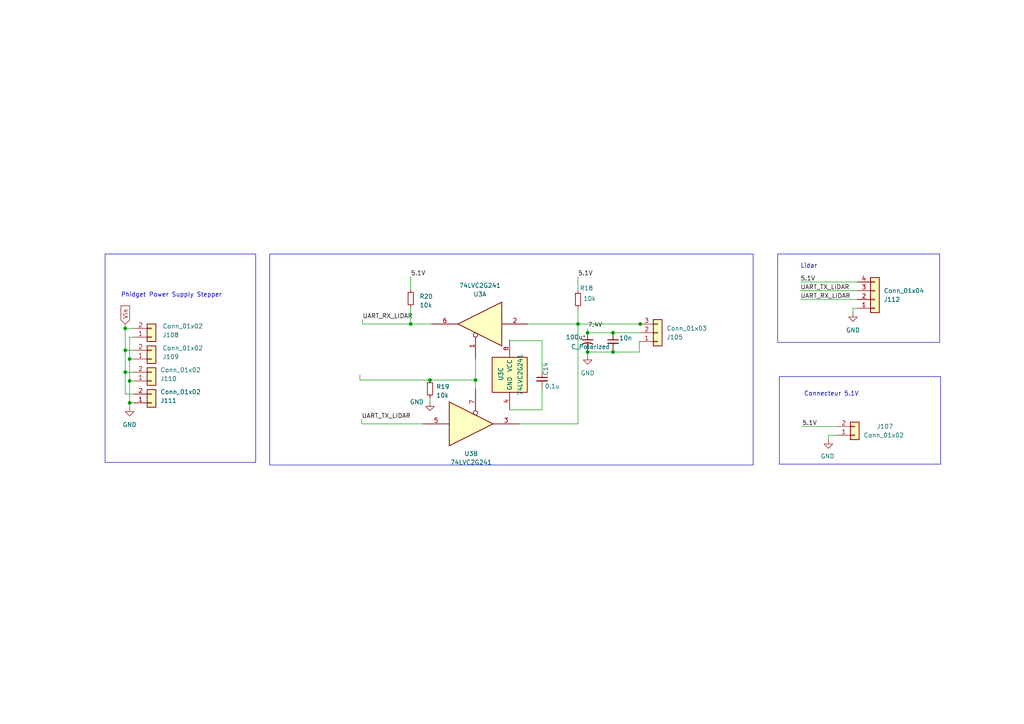
<source format=kicad_sch>
(kicad_sch (version 20230121) (generator eeschema)
  (paper "A4")
  (lib_symbols
    (symbol "74xGxx:74LVC2G241"
      (property "Reference" "U" (at 2.54 5.08 0))
      (property "Value" "74LVC2G241" (at 2.54 -7.62 0))
      (symbol "74LVC2G241_1_1"
        (polyline (pts (xy -7.62 6.35) (xy -7.62 -6.35) (xy 5.08 0) (xy -7.62 6.35)) (stroke (width 0.254)) (fill (type background)))
        (pin input inverted (at 0 10.16 270) (length 7.62) (name "~") (number "1"))
        (pin input line (at -15.24 0 0) (length 7.62) (name "~") (number "2"))
        (pin tri_state line (at 12.7 0 180) (length 7.62) (name "~") (number "6"))
      )
      (symbol "74LVC2G241_2_1"
        (polyline (pts (xy -7.62 6.35) (xy -7.62 -6.35) (xy 5.08 0) (xy -7.62 6.35)) (stroke (width 0.254)) (fill (type background)))
        (pin tri_state line (at 12.7 0 180) (length 7.62) (name "~") (number "3"))
        (pin input line (at -15.24 0 0) (length 7.62) (name "~") (number "5"))
        (pin input inverted (at 0 10.16 270) (length 7.62) (name "~") (number "7"))
      )
      (symbol "74LVC2G241_3_0"
        (rectangle (start -5.08 -5.08) (end 5.08 5.08) (stroke (width 0.254)) (fill (type background)))
      )
      (symbol "74LVC2G241_3_1"
        (pin power_in line (at 0 -10.16 90) (length 5.08) (name "GND") (number "4"))
        (pin power_in line (at 0 10.16 270) (length 5.08) (name "VCC") (number "8"))
      )
    )
    (symbol "Connector_Generic:Conn_01x02" (pin_names (offset 1.016) hide)
      (property "Reference" "J" (at 0 2.54 0))
      (property "Value" "Conn_01x02" (at 0 -5.08 0))
      (symbol "Conn_01x02_1_1"
        (rectangle (start -1.27 -2.413) (end 0 -2.667) (stroke (width 0.1524)))
        (rectangle (start -1.27 0.127) (end 0 -0.127) (stroke (width 0.1524)))
        (rectangle (start -1.27 1.27) (end 1.27 -3.81) (stroke (width 0.254)) (fill (type background)))
        (pin passive line (at -5.08 0 0) (length 3.81) (name "Pin_1") (number "1"))
        (pin passive line (at -5.08 -2.54 0) (length 3.81) (name "Pin_2") (number "2"))
      )
    )
    (symbol "Connector_Generic:Conn_01x03" (pin_names (offset 1.016) hide)
      (property "Reference" "J" (at 0 5.08 0))
      (property "Value" "Conn_01x03" (at 0 -5.08 0))
      (symbol "Conn_01x03_1_1"
        (rectangle (start -1.27 -2.413) (end 0 -2.667) (stroke (width 0.1524)))
        (rectangle (start -1.27 0.127) (end 0 -0.127) (stroke (width 0.1524)))
        (rectangle (start -1.27 2.667) (end 0 2.413) (stroke (width 0.1524)))
        (rectangle (start -1.27 3.81) (end 1.27 -3.81) (stroke (width 0.254)) (fill (type background)))
        (pin passive line (at -5.08 2.54 0) (length 3.81) (name "Pin_1") (number "1"))
        (pin passive line (at -5.08 0 0) (length 3.81) (name "Pin_2") (number "2"))
        (pin passive line (at -5.08 -2.54 0) (length 3.81) (name "Pin_3") (number "3"))
      )
    )
    (symbol "Connector_Generic:Conn_01x04" (pin_names (offset 1.016) hide)
      (property "Reference" "J" (at 0 5.08 0))
      (property "Value" "Conn_01x04" (at 0 -7.62 0))
      (symbol "Conn_01x04_1_1"
        (rectangle (start -1.27 -4.953) (end 0 -5.207) (stroke (width 0.1524)))
        (rectangle (start -1.27 -2.413) (end 0 -2.667) (stroke (width 0.1524)))
        (rectangle (start -1.27 0.127) (end 0 -0.127) (stroke (width 0.1524)))
        (rectangle (start -1.27 2.667) (end 0 2.413) (stroke (width 0.1524)))
        (rectangle (start -1.27 3.81) (end 1.27 -6.35) (stroke (width 0.254)) (fill (type background)))
        (pin passive line (at -5.08 2.54 0) (length 3.81) (name "Pin_1") (number "1"))
        (pin passive line (at -5.08 0 0) (length 3.81) (name "Pin_2") (number "2"))
        (pin passive line (at -5.08 -2.54 0) (length 3.81) (name "Pin_3") (number "3"))
        (pin passive line (at -5.08 -5.08 0) (length 3.81) (name "Pin_4") (number "4"))
      )
    )
    (symbol "Device:C_Polarized_Small_US" (pin_numbers hide) (pin_names (offset 0.254) hide)
      (property "Reference" "C" (at 0.254 1.778 0))
      (property "Value" "C_Polarized_Small_US" (at 0.254 -2.032 0))
      (symbol "C_Polarized_Small_US_0_1"
        (polyline (pts (xy -1.524 0.508) (xy 1.524 0.508)) (stroke (width 0.3048)))
        (polyline (pts (xy -1.27 1.524) (xy -0.762 1.524)))
        (polyline (pts (xy -1.016 1.27) (xy -1.016 1.778)))
        (arc (start 1.524 -0.762) (mid 0 -0.3734) (end -1.524 -0.762) (stroke (width 0.3048)))
      )
      (symbol "C_Polarized_Small_US_1_1"
        (pin passive line (at 0 2.54 270) (length 2.032) (name "~") (number "1"))
        (pin passive line (at 0 -2.54 90) (length 2.032) (name "~") (number "2"))
      )
    )
    (symbol "Device:C_Small" (pin_numbers hide) (pin_names (offset 0.254) hide)
      (property "Reference" "C" (at 0.254 1.778 0))
      (property "Value" "C_Small" (at 0.254 -2.032 0))
      (symbol "C_Small_0_1"
        (polyline (pts (xy -1.524 -0.508) (xy 1.524 -0.508)) (stroke (width 0.3302)))
        (polyline (pts (xy -1.524 0.508) (xy 1.524 0.508)) (stroke (width 0.3048)))
      )
      (symbol "C_Small_1_1"
        (pin passive line (at 0 2.54 270) (length 2.032) (name "~") (number "1"))
        (pin passive line (at 0 -2.54 90) (length 2.032) (name "~") (number "2"))
      )
    )
    (symbol "Device:R_Small" (pin_numbers hide) (pin_names (offset 0.254) hide)
      (property "Reference" "R" (at 0.762 0.508 0))
      (property "Value" "R_Small" (at 0.762 -1.016 0))
      (symbol "R_Small_0_1"
        (rectangle (start -0.762 1.778) (end 0.762 -1.778) (stroke (width 0.2032)))
      )
      (symbol "R_Small_1_1"
        (pin passive line (at 0 2.54 270) (length 0.762) (name "~") (number "1"))
        (pin passive line (at 0 -2.54 90) (length 0.762) (name "~") (number "2"))
      )
    )
    (symbol "power:GND" (power) (pin_names (offset 0))
      (property "Value" "GND" (at 0 -3.81 0))
      (symbol "GND_0_1"
        (polyline (pts (xy 0 0) (xy 0 -1.27) (xy 1.27 -1.27) (xy 0 -2.54) (xy -1.27 -1.27) (xy 0 -1.27)))
      )
      (symbol "GND_1_1"
        (pin power_in line (at 0 0 270) (length 0) hide (name "GND") (number "1"))
      )
    )
  )
  (junction (at 124.714 110.236))
  (junction (at 37.592 110.49))
  (junction (at 167.64 93.98))
  (junction (at 36.322 95.25))
  (junction (at 37.592 116.84))
  (junction (at 177.8 96.52))
  (junction (at 36.322 101.6))
  (junction (at 177.8 102.108))
  (junction (at 37.592 104.14))
  (junction (at 185.674 93.98))
  (junction (at 119.126 93.98))
  (junction (at 36.322 107.95))
  (junction (at 170.434 96.52))
  (junction (at 170.434 102.108))
  (junction (at 137.922 110.236))
  (wire (pts (xy 38.862 97.79) (xy 37.592 97.79)))
  (wire (pts (xy 36.322 93.98) (xy 36.322 95.25)))
  (wire (pts (xy 38.862 116.84) (xy 37.592 116.84)))
  (wire (pts (xy 247.396 90.678) (xy 247.396 89.408)))
  (wire (pts (xy 170.434 102.108) (xy 170.434 101.6)))
  (wire (pts (xy 167.64 80.264) (xy 167.64 84.328)))
  (wire (pts (xy 232.156 81.788) (xy 248.666 81.788)))
  (wire (pts (xy 157.226 98.806) (xy 157.226 107.442)))
  (wire (pts (xy 185.42 99.06) (xy 185.674 99.06)))
  (wire (pts (xy 104.394 108.712) (xy 104.394 110.236)))
  (wire (pts (xy 36.322 107.95) (xy 36.322 114.3)))
  (wire (pts (xy 119.126 80.264) (xy 119.126 84.074)))
  (wire (pts (xy 185.42 102.108) (xy 185.42 99.06)))
  (wire (pts (xy 167.64 93.98) (xy 185.674 93.98)))
  (wire (pts (xy 124.714 109.982) (xy 124.714 110.236)))
  (wire (pts (xy 36.322 101.6) (xy 38.862 101.6)))
  (wire (pts (xy 147.828 118.872) (xy 157.226 118.872)))
  (wire (pts (xy 37.592 110.49) (xy 37.592 116.84)))
  (wire (pts (xy 167.64 122.936) (xy 167.64 93.98)))
  (wire (pts (xy 170.434 96.52) (xy 177.8 96.52)))
  (wire (pts (xy 36.322 95.25) (xy 36.322 101.6)))
  (wire (pts (xy 124.46 110.236) (xy 124.46 109.982)))
  (wire (pts (xy 147.828 98.806) (xy 157.226 98.806)))
  (wire (pts (xy 167.64 89.408) (xy 167.64 93.98)))
  (wire (pts (xy 124.714 116.586) (xy 124.714 115.316)))
  (wire (pts (xy 137.922 110.236) (xy 124.714 110.236)))
  (wire (pts (xy 124.46 110.236) (xy 104.394 110.236)))
  (wire (pts (xy 38.862 110.49) (xy 37.592 110.49)))
  (wire (pts (xy 170.434 102.108) (xy 170.434 103.124)))
  (wire (pts (xy 232.664 123.698) (xy 242.824 123.698)))
  (wire (pts (xy 185.674 93.98) (xy 185.928 93.98)))
  (wire (pts (xy 153.162 93.98) (xy 167.64 93.98)))
  (wire (pts (xy 105.156 93.98) (xy 119.126 93.98)))
  (wire (pts (xy 119.126 93.98) (xy 125.222 93.98)))
  (wire (pts (xy 36.322 107.95) (xy 38.862 107.95)))
  (wire (pts (xy 36.322 101.6) (xy 36.322 107.95)))
  (wire (pts (xy 157.226 112.522) (xy 157.226 118.872)))
  (wire (pts (xy 37.592 104.14) (xy 38.862 104.14)))
  (wire (pts (xy 119.126 89.154) (xy 119.126 93.98)))
  (wire (pts (xy 150.622 122.936) (xy 167.64 122.936)))
  (wire (pts (xy 170.434 102.108) (xy 177.8 102.108)))
  (wire (pts (xy 38.862 95.25) (xy 36.322 95.25)))
  (wire (pts (xy 104.902 122.936) (xy 122.682 122.936)))
  (wire (pts (xy 124.46 109.982) (xy 124.714 109.982)))
  (wire (pts (xy 104.902 122.936) (xy 104.902 121.666)))
  (wire (pts (xy 37.592 104.14) (xy 37.592 110.49)))
  (wire (pts (xy 240.284 126.238) (xy 240.284 127.508)))
  (wire (pts (xy 37.592 97.79) (xy 37.592 104.14)))
  (wire (pts (xy 137.922 110.236) (xy 137.922 112.776)))
  (wire (pts (xy 37.592 116.84) (xy 37.592 118.11)))
  (wire (pts (xy 247.396 89.408) (xy 248.666 89.408)))
  (wire (pts (xy 36.322 114.3) (xy 38.862 114.3)))
  (wire (pts (xy 232.156 86.868) (xy 248.666 86.868)))
  (wire (pts (xy 177.8 102.108) (xy 185.42 102.108)))
  (wire (pts (xy 242.824 126.238) (xy 240.284 126.238)))
  (wire (pts (xy 170.434 95.25) (xy 170.434 96.52)))
  (wire (pts (xy 177.8 96.52) (xy 185.674 96.52)))
  (wire (pts (xy 137.922 104.14) (xy 137.922 110.236)))
  (wire (pts (xy 232.156 84.328) (xy 248.666 84.328)))
  (wire (pts (xy 177.8 102.108) (xy 177.8 101.6)))
  (wire (pts (xy 105.156 92.71) (xy 105.156 93.98)))
  (rectangle (start 78.232 73.66) (end 218.44 134.874))
  (rectangle (start 226.06 109.22) (end 272.796 134.62))
  (rectangle (start 225.552 73.66) (end 272.542 99.314))
  (rectangle (start 30.48 73.66) (end 74.168 134.112))
  (text "Phidget Power Supply Stepper" (at 35.052 86.36 0) (effects (font (size 1.27 1.27)) (justify left bottom)))
  (text "Lidar\n" (at 232.156 77.978 0) (effects (font (size 1.27 1.27)) (justify left bottom)))
  (text "Connecteur 5.1V\n" (at 233.172 115.062 0) (effects (font (size 1.27 1.27)) (justify left bottom)))
  (label "UART_RX_LIDAR" (at 232.156 86.868 0))
  (label "UART_RX_LIDAR" (at 105.156 92.71 0))
  (label "7.4V" (at 170.434 95.25 0))
  (label "5.1V" (at 119.126 80.264 0))
  (label "UART_TX_LIDAR" (at 232.156 84.328 0))
  (label "UART_TX_LIDAR" (at 104.902 121.666 0))
  (label "5.1V" (at 167.64 80.264 0))
  (label "5.1V" (at 232.664 123.698 0))
  (label "5.1V" (at 232.156 81.788 0))
  (global_label "Vin" (shape input) (at 36.322 93.98 90) (property "Intersheetrefs" "${INTERSHEET_REFS}" (effects hide)))
  (symbol (lib_id "power:GND") (at 247.396 90.678 0) (unit 1)
    (property "Reference" "#PWR0110" (effects hide))
    (property "Value" "GND" (at 247.396 95.758 0))
    (instances (project "puissance" (path "" (reference "#PWR0110") (unit 1))) (project "puissanceok" (path "" (reference "#PWR017") (unit 1)) (path "" (reference "#PWR017") (unit 1))))
  )
  (symbol (lib_id "Device:R_Small") (at 167.64 86.868 0) (unit 1)
    (property "Reference" "R18" (at 168.148 83.566 0) (effects (justify left)))
    (property "Value" "10k" (at 169.164 86.614 0) (effects (justify left)))
  )
  (symbol (lib_id "Device:C_Small") (at 157.226 109.982 0) (unit 1)
    (property "Reference" "C14" (at 158.242 108.966 90) (effects (justify left)))
    (property "Value" "0.1u" (at 157.988 112.014 0) (effects (justify left)))
  )
  (symbol (lib_id "power:GND") (at 170.434 103.124 0) (unit 1)
    (property "Reference" "#PWR0107" (effects hide))
    (property "Value" "GND" (at 170.434 108.204 0))
    (instances (project "puissance" (path "" (reference "#PWR0107") (unit 1))) (project "puissanceok" (path "" (reference "#PWR012") (unit 1)) (path "" (reference "#PWR012") (unit 1))))
  )
  (symbol (lib_id "74xGxx:74LVC2G241") (at 147.828 108.712 0) (unit 3)
    (property "Reference" "U3" (at 145.288 110.49 90) (effects (justify left)))
    (property "Value" "74LVC2G241" (at 150.876 102.616 90) (effects (justify right)))
    (property "Datasheet" "http://www.ti.com/lit/sg/scyt129e/scyt129e.pdf" (effects hide))
  )
  (symbol (lib_id "Connector_Generic:Conn_01x02") (at 43.942 97.79 0) (mirror x) (unit 1)
    (property "Reference" "J108" (at 47.117 97.155 0) (effects (justify left)))
    (property "Value" "Conn_01x02" (at 47.117 94.615 0) (effects (justify left)))
    (instances (project "puissance" (path "" (reference "J108") (unit 1))) (project "puissanceok" (path "" (reference "J8") (unit 1)) (path "" (reference "J8") (unit 1))))
  )
  (symbol (lib_id "power:GND") (at 37.592 118.11 0) (unit 1)
    (property "Reference" "#PWR0109" (effects hide))
    (property "Value" "GND" (at 37.592 123.19 0))
    (instances (project "puissance" (path "" (reference "#PWR0109") (unit 1))) (project "puissanceok" (path "" (reference "#PWR015") (unit 1)) (path "" (reference "#PWR015") (unit 1))))
  )
  (symbol (lib_id "power:GND") (at 240.284 127.508 0) (unit 1)
    (property "Reference" "#PWR0108" (effects hide))
    (property "Value" "GND" (at 240.03 132.334 0))
    (instances (project "puissance" (path "" (reference "#PWR0108") (unit 1))) (project "puissanceok" (path "" (reference "#PWR013") (unit 1)) (path "" (reference "#PWR013") (unit 1))))
  )
  (symbol (lib_id "74xGxx:74LVC2G241") (at 137.922 122.936 0) (unit 2)
    (property "Reference" "U3" (at 136.652 131.572 0))
    (property "Value" "74LVC2G241" (at 136.652 134.112 0))
    (property "Datasheet" "http://www.ti.com/lit/sg/scyt129e/scyt129e.pdf" (effects hide))
    (instances (project "puissanceok" (path "" (reference "U3") (unit 2)) (path "" (reference "NC7WZ241") (unit 2))))
  )
  (symbol (lib_id "Device:R_Small") (at 124.714 112.776 0) (unit 1)
    (property "Reference" "R19" (at 126.492 112.141 0) (effects (justify left)))
    (property "Value" "10k" (at 126.492 114.681 0) (effects (justify left)))
  )
  (symbol (lib_id "Device:C_Small") (at 177.8 99.06 0) (unit 1)
    (property "Reference" "10n" (at 179.578 98.044 0) (effects (justify left)))
    (property "Value" "C_Small" (effects hide))
  )
  (symbol (lib_id "power:GND") (at 124.714 116.586 0) (unit 1)
    (property "Reference" "#PWR0109" (effects hide))
    (property "Value" "GND" (at 120.904 116.586 0))
    (instances (project "puissance" (path "" (reference "#PWR0109") (unit 1))) (project "puissanceok" (path "" (reference "#PWR015") (unit 1)) (path "" (reference "#PWR033") (unit 1))))
  )
  (symbol (lib_id "Device:R_Small") (at 119.126 86.614 0) (unit 1)
    (property "Reference" "R20" (at 121.666 85.979 0) (effects (justify left)))
    (property "Value" "10k" (at 121.666 88.519 0) (effects (justify left)))
  )
  (symbol (lib_id "Connector_Generic:Conn_01x03") (at 190.754 96.52 0) (mirror x) (unit 1)
    (property "Reference" "J105" (at 193.294 97.79 0) (effects (justify left)))
    (property "Value" "Conn_01x03" (at 193.294 95.25 0) (effects (justify left)))
    (instances (project "puissance" (path "" (reference "J105") (unit 1))) (project "puissanceok" (path "" (reference "J7") (unit 1)) (path "" (reference "J7") (unit 1))))
  )
  (symbol (lib_id "Connector_Generic:Conn_01x02") (at 43.942 116.84 0) (mirror x) (unit 1)
    (property "Reference" "J111" (at 46.482 116.205 0) (effects (justify left)))
    (property "Value" "Conn_01x02" (at 46.482 113.665 0) (effects (justify left)))
    (instances (project "puissance" (path "" (reference "J111") (unit 1))) (project "puissanceok" (path "" (reference "J11") (unit 1)) (path "" (reference "J11") (unit 1))))
  )
  (symbol (lib_id "Connector_Generic:Conn_01x04") (at 253.746 86.868 0) (mirror x) (unit 1)
    (property "Reference" "J112" (at 256.286 86.868 0) (effects (justify left)))
    (property "Value" "Conn_01x04" (at 256.286 84.328 0) (effects (justify left)))
    (instances (project "puissance" (path "" (reference "J112") (unit 1))) (project "puissanceok" (path "" (reference "J12") (unit 1)) (path "" (reference "J12") (unit 1))))
  )
  (symbol (lib_id "Connector_Generic:Conn_01x02") (at 247.904 126.238 0) (mirror x) (unit 1)
    (property "Reference" "J107" (at 254.254 123.698 0) (effects (justify left)))
    (property "Value" "Conn_01x02" (at 250.444 126.238 0) (effects (justify left)))
    (instances (project "puissance" (path "" (reference "J107") (unit 1))) (project "puissanceok" (path "" (reference "J6") (unit 1)) (path "" (reference "J6") (unit 1))))
  )
  (symbol (lib_id "Connector_Generic:Conn_01x02") (at 43.942 104.14 0) (mirror x) (unit 1)
    (property "Reference" "J109" (at 47.117 103.505 0) (effects (justify left)))
    (property "Value" "Conn_01x02" (at 47.117 100.965 0) (effects (justify left)))
    (instances (project "puissance" (path "" (reference "J109") (unit 1))) (project "puissanceok" (path "" (reference "J9") (unit 1)) (path "" (reference "J9") (unit 1))))
  )
  (symbol (lib_id "Device:C_Polarized_Small_US") (at 170.434 99.06 0) (unit 1)
    (property "Reference" "C_Polarized" (at 165.608 100.584 0) (effects (justify left)))
    (property "Value" "100u" (at 164.084 97.79 0) (effects (justify left)))
  )
  (symbol (lib_id "Connector_Generic:Conn_01x02") (at 43.942 110.49 0) (mirror x) (unit 1)
    (property "Reference" "J110" (at 46.482 109.855 0) (effects (justify left)))
    (property "Value" "Conn_01x02" (at 46.482 107.315 0) (effects (justify left)))
    (instances (project "puissance" (path "" (reference "J110") (unit 1))) (project "puissanceok" (path "" (reference "J10") (unit 1)) (path "" (reference "J10") (unit 1))))
  )
  (symbol (lib_id "74xGxx:74LVC2G241") (at 137.922 93.98 180) (unit 1)
    (property "Reference" "U3" (at 139.192 85.344 0))
    (property "Value" "74LVC2G241" (at 139.192 82.804 0))
    (property "Datasheet" "http://www.ti.com/lit/sg/scyt129e/scyt129e.pdf" (effects hide))
  )
)
</source>
